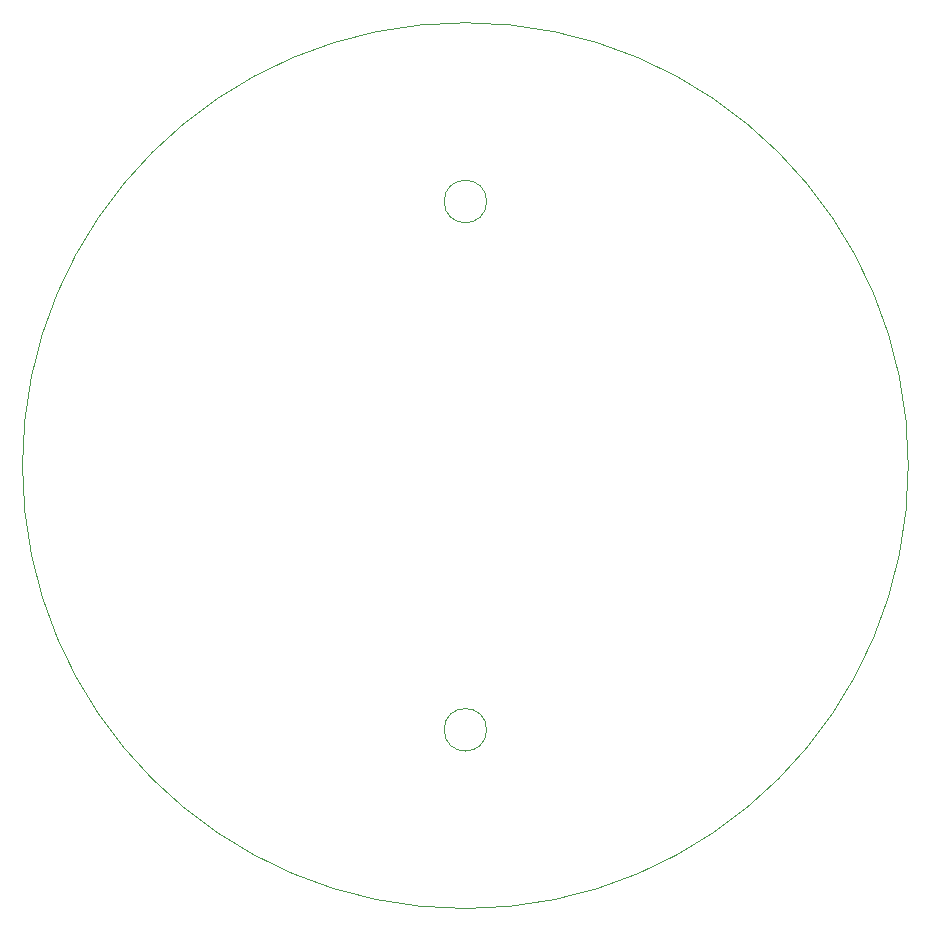
<source format=gbr>
G04 #@! TF.GenerationSoftware,KiCad,Pcbnew,6.0.7-f9a2dced07~116~ubuntu22.04.1*
G04 #@! TF.CreationDate,2022-08-25T07:51:25+02:00*
G04 #@! TF.ProjectId,PCB-Ange,5043422d-416e-4676-952e-6b696361645f,rev?*
G04 #@! TF.SameCoordinates,Original*
G04 #@! TF.FileFunction,Profile,NP*
%FSLAX46Y46*%
G04 Gerber Fmt 4.6, Leading zero omitted, Abs format (unit mm)*
G04 Created by KiCad (PCBNEW 6.0.7-f9a2dced07~116~ubuntu22.04.1) date 2022-08-25 07:51:25*
%MOMM*%
%LPD*%
G01*
G04 APERTURE LIST*
G04 #@! TA.AperFunction,Profile*
%ADD10C,0.050000*%
G04 #@! TD*
G04 APERTURE END LIST*
D10*
X101800000Y-122365000D02*
G75*
G03*
X101800000Y-122365000I-1800000J0D01*
G01*
X101800000Y-77635000D02*
G75*
G03*
X101800000Y-77635000I-1800000J0D01*
G01*
X137500000Y-100000000D02*
G75*
G03*
X137500000Y-100000000I-37500000J0D01*
G01*
M02*

</source>
